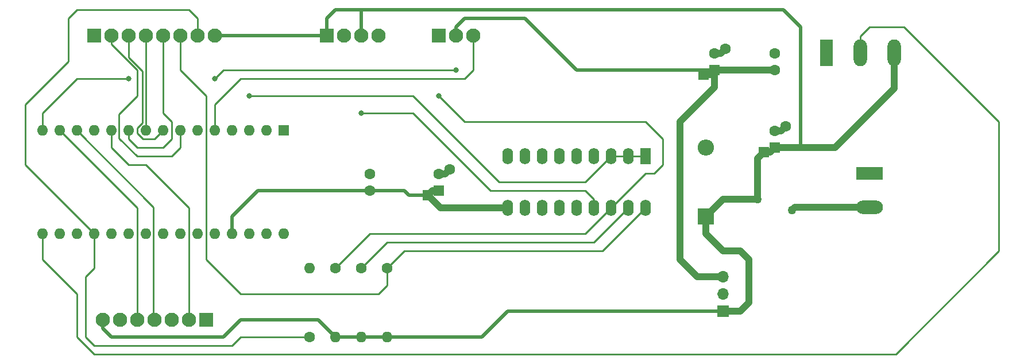
<source format=gbr>
%TF.GenerationSoftware,KiCad,Pcbnew,5.1.9+dfsg1-1*%
%TF.CreationDate,2021-06-11T06:32:11+02:00*%
%TF.ProjectId,one-dim-pong,6f6e652d-6469-46d2-9d70-6f6e672e6b69,rev?*%
%TF.SameCoordinates,Original*%
%TF.FileFunction,Copper,L2,Bot*%
%TF.FilePolarity,Positive*%
%FSLAX46Y46*%
G04 Gerber Fmt 4.6, Leading zero omitted, Abs format (unit mm)*
G04 Created by KiCad (PCBNEW 5.1.9+dfsg1-1) date 2021-06-11 06:32:11*
%MOMM*%
%LPD*%
G01*
G04 APERTURE LIST*
%TA.AperFunction,ComponentPad*%
%ADD10C,1.270000*%
%TD*%
%TA.AperFunction,ComponentPad*%
%ADD11O,2.400000X2.400000*%
%TD*%
%TA.AperFunction,ComponentPad*%
%ADD12R,2.400000X2.400000*%
%TD*%
%TA.AperFunction,ComponentPad*%
%ADD13O,3.960000X1.980000*%
%TD*%
%TA.AperFunction,ComponentPad*%
%ADD14R,3.960000X1.980000*%
%TD*%
%TA.AperFunction,ComponentPad*%
%ADD15C,1.600000*%
%TD*%
%TA.AperFunction,ComponentPad*%
%ADD16R,1.600000X1.600000*%
%TD*%
%TA.AperFunction,ComponentPad*%
%ADD17C,2.100000*%
%TD*%
%TA.AperFunction,ComponentPad*%
%ADD18R,2.100000X2.100000*%
%TD*%
%TA.AperFunction,ComponentPad*%
%ADD19O,1.600000X1.600000*%
%TD*%
%TA.AperFunction,ComponentPad*%
%ADD20O,1.600000X2.400000*%
%TD*%
%TA.AperFunction,ComponentPad*%
%ADD21R,1.600000X2.400000*%
%TD*%
%TA.AperFunction,ComponentPad*%
%ADD22O,1.980000X3.960000*%
%TD*%
%TA.AperFunction,ComponentPad*%
%ADD23R,1.980000X3.960000*%
%TD*%
%TA.AperFunction,ComponentPad*%
%ADD24O,1.700000X1.700000*%
%TD*%
%TA.AperFunction,ComponentPad*%
%ADD25R,1.700000X1.700000*%
%TD*%
%TA.AperFunction,ViaPad*%
%ADD26C,0.800000*%
%TD*%
%TA.AperFunction,Conductor*%
%ADD27C,0.250000*%
%TD*%
%TA.AperFunction,Conductor*%
%ADD28C,1.000000*%
%TD*%
%TA.AperFunction,Conductor*%
%ADD29C,0.500000*%
%TD*%
G04 APERTURE END LIST*
D10*
%TO.P,F1,1*%
%TO.N,+5V*%
X187960000Y-99060000D03*
%TO.P,F1,2*%
%TO.N,Net-(F1-Pad2)*%
X193060000Y-100660000D03*
%TD*%
D11*
%TO.P,D1,2*%
%TO.N,GND*%
X180340000Y-91440000D03*
D12*
%TO.P,D1,1*%
%TO.N,+5V*%
X180340000Y-101600000D03*
%TD*%
D13*
%TO.P,J3,2*%
%TO.N,Net-(F1-Pad2)*%
X204470000Y-100250000D03*
D14*
%TO.P,J3,1*%
%TO.N,GND*%
X204470000Y-95250000D03*
%TD*%
D15*
%TO.P,C3,2*%
%TO.N,GND*%
X192100000Y-88269063D03*
D16*
%TO.P,C3,1*%
%TO.N,+5V*%
X188900000Y-92110937D03*
D15*
%TO.P,C3,2*%
%TO.N,GND*%
X190500000Y-88940000D03*
D16*
%TO.P,C3,1*%
%TO.N,+5V*%
X190500000Y-91440000D03*
%TD*%
D17*
%TO.P,J7,4*%
%TO.N,Net-(J7-Pad4)*%
X132080000Y-74930000D03*
%TO.P,J7,3*%
%TO.N,+5V*%
X129540000Y-74930000D03*
%TO.P,J7,2*%
%TO.N,Net-(J7-Pad2)*%
X127000000Y-74930000D03*
D18*
%TO.P,J7,1*%
%TO.N,+5V*%
X124460000Y-74930000D03*
%TD*%
D19*
%TO.P,A1,16*%
%TO.N,Net-(A1-Pad16)*%
X82550000Y-104140000D03*
%TO.P,A1,15*%
%TO.N,Net-(A1-Pad15)*%
X82550000Y-88900000D03*
%TO.P,A1,30*%
%TO.N,Net-(A1-Pad30)*%
X118110000Y-104140000D03*
%TO.P,A1,14*%
%TO.N,Net-(A1-Pad14)*%
X85090000Y-88900000D03*
%TO.P,A1,29*%
%TO.N,GND*%
X115570000Y-104140000D03*
%TO.P,A1,13*%
%TO.N,Net-(A1-Pad13)*%
X87630000Y-88900000D03*
%TO.P,A1,28*%
%TO.N,Net-(A1-Pad28)*%
X113030000Y-104140000D03*
%TO.P,A1,12*%
%TO.N,Net-(A1-Pad12)*%
X90170000Y-88900000D03*
%TO.P,A1,27*%
%TO.N,+5V*%
X110490000Y-104140000D03*
%TO.P,A1,11*%
%TO.N,Net-(A1-Pad11)*%
X92710000Y-88900000D03*
%TO.P,A1,26*%
%TO.N,Net-(A1-Pad26)*%
X107950000Y-104140000D03*
%TO.P,A1,10*%
%TO.N,Net-(A1-Pad10)*%
X95250000Y-88900000D03*
%TO.P,A1,25*%
%TO.N,Net-(A1-Pad25)*%
X105410000Y-104140000D03*
%TO.P,A1,9*%
%TO.N,Net-(A1-Pad9)*%
X97790000Y-88900000D03*
%TO.P,A1,24*%
%TO.N,Net-(A1-Pad24)*%
X102870000Y-104140000D03*
%TO.P,A1,8*%
%TO.N,Net-(A1-Pad8)*%
X100330000Y-88900000D03*
%TO.P,A1,23*%
%TO.N,Net-(A1-Pad23)*%
X100330000Y-104140000D03*
%TO.P,A1,7*%
%TO.N,Net-(A1-Pad7)*%
X102870000Y-88900000D03*
%TO.P,A1,22*%
%TO.N,Net-(A1-Pad22)*%
X97790000Y-104140000D03*
%TO.P,A1,6*%
%TO.N,Net-(A1-Pad6)*%
X105410000Y-88900000D03*
%TO.P,A1,21*%
%TO.N,Net-(A1-Pad21)*%
X95250000Y-104140000D03*
%TO.P,A1,5*%
%TO.N,Net-(A1-Pad5)*%
X107950000Y-88900000D03*
%TO.P,A1,20*%
%TO.N,Net-(A1-Pad20)*%
X92710000Y-104140000D03*
%TO.P,A1,4*%
%TO.N,GND*%
X110490000Y-88900000D03*
%TO.P,A1,19*%
%TO.N,Net-(A1-Pad19)*%
X90170000Y-104140000D03*
%TO.P,A1,3*%
%TO.N,Net-(A1-Pad3)*%
X113030000Y-88900000D03*
%TO.P,A1,18*%
%TO.N,Net-(A1-Pad18)*%
X87630000Y-104140000D03*
%TO.P,A1,2*%
%TO.N,Net-(A1-Pad2)*%
X115570000Y-88900000D03*
%TO.P,A1,17*%
%TO.N,Net-(A1-Pad17)*%
X85090000Y-104140000D03*
D16*
%TO.P,A1,1*%
%TO.N,Net-(A1-Pad1)*%
X118110000Y-88900000D03*
%TD*%
D20*
%TO.P,U1,18*%
%TO.N,Net-(J1-Pad6)*%
X171450000Y-100330000D03*
%TO.P,U1,9*%
%TO.N,GND*%
X151130000Y-92710000D03*
%TO.P,U1,17*%
%TO.N,Net-(J2-Pad6)*%
X168910000Y-100330000D03*
%TO.P,U1,8*%
%TO.N,GND*%
X153670000Y-92710000D03*
%TO.P,U1,16*%
%TO.N,Net-(J7-Pad4)*%
X166370000Y-100330000D03*
%TO.P,U1,7*%
%TO.N,GND*%
X156210000Y-92710000D03*
%TO.P,U1,15*%
%TO.N,Net-(J7-Pad2)*%
X163830000Y-100330000D03*
%TO.P,U1,6*%
%TO.N,GND*%
X158750000Y-92710000D03*
%TO.P,U1,14*%
%TO.N,Net-(U1-Pad14)*%
X161290000Y-100330000D03*
%TO.P,U1,5*%
%TO.N,GND*%
X161290000Y-92710000D03*
%TO.P,U1,13*%
%TO.N,Net-(U1-Pad13)*%
X158750000Y-100330000D03*
%TO.P,U1,4*%
%TO.N,Net-(A1-Pad15)*%
X163830000Y-92710000D03*
%TO.P,U1,12*%
%TO.N,Net-(U1-Pad12)*%
X156210000Y-100330000D03*
%TO.P,U1,3*%
%TO.N,Net-(A1-Pad12)*%
X166370000Y-92710000D03*
%TO.P,U1,11*%
%TO.N,Net-(U1-Pad11)*%
X153670000Y-100330000D03*
%TO.P,U1,2*%
%TO.N,Net-(A1-Pad12)*%
X168910000Y-92710000D03*
%TO.P,U1,10*%
%TO.N,+5V*%
X151130000Y-100330000D03*
D21*
%TO.P,U1,1*%
%TO.N,Net-(A1-Pad12)*%
X171450000Y-92710000D03*
%TD*%
D19*
%TO.P,R4,2*%
%TO.N,+5V*%
X125730000Y-119380000D03*
D15*
%TO.P,R4,1*%
%TO.N,Net-(J7-Pad4)*%
X125730000Y-109220000D03*
%TD*%
D19*
%TO.P,R3,2*%
%TO.N,+5V*%
X129540000Y-119380000D03*
D15*
%TO.P,R3,1*%
%TO.N,Net-(J2-Pad6)*%
X129540000Y-109220000D03*
%TD*%
D19*
%TO.P,R2,2*%
%TO.N,+5V*%
X133350000Y-119380000D03*
D15*
%TO.P,R2,1*%
%TO.N,Net-(J1-Pad6)*%
X133350000Y-109220000D03*
%TD*%
D19*
%TO.P,R1,2*%
%TO.N,GND*%
X121920000Y-109220000D03*
D15*
%TO.P,R1,1*%
%TO.N,Net-(A1-Pad19)*%
X121920000Y-119380000D03*
%TD*%
D22*
%TO.P,J6,3*%
%TO.N,+5V*%
X208120000Y-77470000D03*
%TO.P,J6,2*%
%TO.N,Net-(A1-Pad16)*%
X203120000Y-77470000D03*
D23*
%TO.P,J6,1*%
%TO.N,GND*%
X198120000Y-77470000D03*
%TD*%
D17*
%TO.P,J5,3*%
%TO.N,Net-(A1-Pad5)*%
X146050000Y-74930000D03*
%TO.P,J5,2*%
%TO.N,Net-(C4-Pad1)*%
X143510000Y-74930000D03*
D18*
%TO.P,J5,1*%
%TO.N,GND*%
X140970000Y-74930000D03*
%TD*%
D24*
%TO.P,J4,3*%
%TO.N,Net-(C4-Pad1)*%
X182880000Y-110490000D03*
%TO.P,J4,2*%
%TO.N,GND*%
X182880000Y-113030000D03*
D25*
%TO.P,J4,1*%
%TO.N,+5V*%
X182880000Y-115570000D03*
%TD*%
D17*
%TO.P,J2,7*%
%TO.N,+5V*%
X91440000Y-116840000D03*
%TO.P,J2,6*%
%TO.N,Net-(J2-Pad6)*%
X93980000Y-116840000D03*
%TO.P,J2,5*%
%TO.N,Net-(A1-Pad14)*%
X96520000Y-116840000D03*
%TO.P,J2,4*%
%TO.N,Net-(A1-Pad13)*%
X99060000Y-116840000D03*
%TO.P,J2,3*%
%TO.N,Net-(A1-Pad6)*%
X101600000Y-116840000D03*
%TO.P,J2,2*%
%TO.N,Net-(A1-Pad11)*%
X104140000Y-116840000D03*
D18*
%TO.P,J2,1*%
%TO.N,GND*%
X106680000Y-116840000D03*
%TD*%
D17*
%TO.P,J1,8*%
%TO.N,+5V*%
X107950000Y-74930000D03*
%TO.P,J1,7*%
%TO.N,Net-(A1-Pad19)*%
X105410000Y-74930000D03*
%TO.P,J1,6*%
%TO.N,Net-(J1-Pad6)*%
X102870000Y-74930000D03*
%TO.P,J1,5*%
%TO.N,Net-(A1-Pad10)*%
X100330000Y-74930000D03*
%TO.P,J1,4*%
%TO.N,Net-(A1-Pad9)*%
X97790000Y-74930000D03*
%TO.P,J1,3*%
%TO.N,Net-(A1-Pad8)*%
X95250000Y-74930000D03*
%TO.P,J1,2*%
%TO.N,Net-(A1-Pad7)*%
X92710000Y-74930000D03*
D18*
%TO.P,J1,1*%
%TO.N,GND*%
X90170000Y-74930000D03*
%TD*%
D15*
%TO.P,C5,2*%
%TO.N,GND*%
X190500000Y-77510000D03*
%TO.P,C5,1*%
%TO.N,Net-(C4-Pad1)*%
X190500000Y-80010000D03*
%TD*%
%TO.P,C4,2*%
%TO.N,GND*%
X183210000Y-76839063D03*
D16*
%TO.P,C4,1*%
%TO.N,Net-(C4-Pad1)*%
X180010000Y-80680937D03*
D15*
%TO.P,C4,2*%
%TO.N,GND*%
X181610000Y-77510000D03*
D16*
%TO.P,C4,1*%
%TO.N,Net-(C4-Pad1)*%
X181610000Y-80010000D03*
%TD*%
D15*
%TO.P,C2,2*%
%TO.N,GND*%
X142570000Y-94619063D03*
D16*
%TO.P,C2,1*%
%TO.N,+5V*%
X139370000Y-98460937D03*
D15*
%TO.P,C2,2*%
%TO.N,GND*%
X140970000Y-95290000D03*
D16*
%TO.P,C2,1*%
%TO.N,+5V*%
X140970000Y-97790000D03*
%TD*%
D15*
%TO.P,C1,2*%
%TO.N,GND*%
X130810000Y-95290000D03*
%TO.P,C1,1*%
%TO.N,+5V*%
X130810000Y-97790000D03*
%TD*%
D26*
%TO.N,Net-(A1-Pad15)*%
X95250000Y-81280000D03*
X107950000Y-81280000D03*
X143510000Y-80010000D03*
%TO.N,Net-(A1-Pad12)*%
X113030000Y-83820000D03*
%TO.N,Net-(J7-Pad4)*%
X140970000Y-83820000D03*
%TO.N,Net-(J7-Pad2)*%
X129540000Y-86360000D03*
%TD*%
D27*
%TO.N,Net-(A1-Pad16)*%
X203120000Y-75010000D02*
X203120000Y-77470000D01*
X204470000Y-73660000D02*
X203120000Y-75010000D01*
X209550000Y-73660000D02*
X204470000Y-73660000D01*
X90231992Y-121858008D02*
X208341992Y-121858008D01*
X223520000Y-87630000D02*
X209550000Y-73660000D01*
X90170000Y-121920000D02*
X90231992Y-121858008D01*
X87630000Y-119380000D02*
X90170000Y-121920000D01*
X223520000Y-106680000D02*
X223520000Y-87630000D01*
X208341992Y-121858008D02*
X223520000Y-106680000D01*
X87630000Y-113030000D02*
X87630000Y-119380000D01*
X82550000Y-107950000D02*
X87630000Y-113030000D01*
X82550000Y-104140000D02*
X82550000Y-107950000D01*
%TO.N,Net-(A1-Pad15)*%
X82550000Y-88900000D02*
X82550000Y-86360000D01*
X87630000Y-81280000D02*
X95250000Y-81280000D01*
X82550000Y-86360000D02*
X87630000Y-81280000D01*
X107950000Y-81280000D02*
X109220000Y-80010000D01*
X109220000Y-80010000D02*
X143510000Y-80010000D01*
%TO.N,Net-(A1-Pad14)*%
X96520000Y-100330000D02*
X96520000Y-116840000D01*
X85090000Y-88900000D02*
X96520000Y-100330000D01*
D28*
%TO.N,GND*%
X182539063Y-77510000D02*
X183210000Y-76839063D01*
X181610000Y-77510000D02*
X182539063Y-77510000D01*
X141899063Y-95290000D02*
X142570000Y-94619063D01*
X140970000Y-95290000D02*
X141899063Y-95290000D01*
X191429063Y-88940000D02*
X192100000Y-88269063D01*
X190500000Y-88940000D02*
X191429063Y-88940000D01*
D27*
%TO.N,Net-(A1-Pad13)*%
X98915001Y-116695001D02*
X99060000Y-116840000D01*
X98915001Y-100185001D02*
X98915001Y-116695001D01*
X87630000Y-88900000D02*
X98915001Y-100185001D01*
%TO.N,Net-(A1-Pad12)*%
X171450000Y-92710000D02*
X166370000Y-92710000D01*
X166370000Y-92710000D02*
X162560000Y-96520000D01*
X162560000Y-96520000D02*
X149860000Y-96520000D01*
X149860000Y-96520000D02*
X144780000Y-91440000D01*
X144780000Y-91440000D02*
X138430000Y-85090000D01*
X138430000Y-85090000D02*
X137160000Y-83820000D01*
X137160000Y-83820000D02*
X113030000Y-83820000D01*
D29*
%TO.N,+5V*%
X125730000Y-119380000D02*
X129540000Y-119380000D01*
X129540000Y-119380000D02*
X133350000Y-119380000D01*
X110490000Y-104140000D02*
X110490000Y-101600000D01*
X110490000Y-101600000D02*
X114300000Y-97790000D01*
X129540000Y-72390000D02*
X129540000Y-74930000D01*
X123190000Y-116840000D02*
X125730000Y-119380000D01*
X109220000Y-119380000D02*
X111760000Y-116840000D01*
X92710000Y-119380000D02*
X109220000Y-119380000D01*
X91440000Y-118110000D02*
X92710000Y-119380000D01*
X111760000Y-116840000D02*
X123190000Y-116840000D01*
X91440000Y-116840000D02*
X91440000Y-118110000D01*
X114300000Y-97790000D02*
X127000000Y-97790000D01*
X129540000Y-72390000D02*
X129540000Y-71120000D01*
X120650000Y-74930000D02*
X107950000Y-74930000D01*
D28*
X141239063Y-100330000D02*
X139370000Y-98460937D01*
X151130000Y-100330000D02*
X141239063Y-100330000D01*
X140040937Y-97790000D02*
X139370000Y-98460937D01*
X140970000Y-97790000D02*
X140040937Y-97790000D01*
D29*
X127000000Y-97790000D02*
X130810000Y-97790000D01*
X139370000Y-98460937D02*
X136560937Y-98460937D01*
X135890000Y-97790000D02*
X130810000Y-97790000D01*
X136560937Y-98460937D02*
X135890000Y-97790000D01*
X124460000Y-74930000D02*
X120650000Y-74930000D01*
X124460000Y-74930000D02*
X124460000Y-72390000D01*
X124460000Y-72390000D02*
X125730000Y-71120000D01*
X125730000Y-71120000D02*
X129540000Y-71120000D01*
X194310000Y-73660000D02*
X194310000Y-82550000D01*
X191770000Y-71120000D02*
X194310000Y-73660000D01*
X129540000Y-71120000D02*
X191770000Y-71120000D01*
X182880000Y-115570000D02*
X151130000Y-115570000D01*
X147320000Y-119380000D02*
X133350000Y-119380000D01*
X151130000Y-115570000D02*
X147320000Y-119380000D01*
D28*
X187960000Y-93050937D02*
X188900000Y-92110937D01*
X187960000Y-99060000D02*
X187960000Y-93050937D01*
X189829063Y-92110937D02*
X190500000Y-91440000D01*
X188900000Y-92110937D02*
X189829063Y-92110937D01*
X182880000Y-99060000D02*
X180340000Y-101600000D01*
X187960000Y-99060000D02*
X182880000Y-99060000D01*
X180340000Y-101600000D02*
X180340000Y-104140000D01*
X180340000Y-104140000D02*
X182880000Y-106680000D01*
X182880000Y-106680000D02*
X185420000Y-106680000D01*
X185420000Y-106680000D02*
X186690000Y-107950000D01*
X186690000Y-107950000D02*
X186690000Y-114300000D01*
X185420000Y-115570000D02*
X182880000Y-115570000D01*
X186690000Y-114300000D02*
X185420000Y-115570000D01*
X208120000Y-82710000D02*
X208120000Y-77470000D01*
X199390000Y-91440000D02*
X208120000Y-82710000D01*
D29*
X194310000Y-82550000D02*
X194310000Y-91440000D01*
D28*
X194310000Y-91440000D02*
X199390000Y-91440000D01*
X190500000Y-91440000D02*
X194310000Y-91440000D01*
D27*
%TO.N,Net-(A1-Pad11)*%
X92710000Y-91440000D02*
X92710000Y-88900000D01*
X97790000Y-93980000D02*
X95250000Y-93980000D01*
X95250000Y-93980000D02*
X92710000Y-91440000D01*
X104140000Y-100330000D02*
X97790000Y-93980000D01*
X104140000Y-116840000D02*
X104140000Y-100330000D01*
%TO.N,Net-(A1-Pad10)*%
X100330000Y-86360000D02*
X100330000Y-74930000D01*
X101600000Y-90170000D02*
X101600000Y-87630000D01*
X100330000Y-91440000D02*
X101600000Y-90170000D01*
X101600000Y-87630000D02*
X100330000Y-86360000D01*
X96520000Y-91440000D02*
X100330000Y-91440000D01*
X95250000Y-90170000D02*
X96520000Y-91440000D01*
X95250000Y-88900000D02*
X95250000Y-90170000D01*
%TO.N,Net-(A1-Pad9)*%
X97790000Y-74930000D02*
X97790000Y-88900000D01*
%TO.N,Net-(A1-Pad8)*%
X97394998Y-90170000D02*
X99060000Y-90170000D01*
X96520000Y-89295002D02*
X97394998Y-90170000D01*
X96520000Y-88504998D02*
X96520000Y-89295002D01*
X97249999Y-87774999D02*
X96520000Y-88504998D01*
X97249999Y-80103589D02*
X97249999Y-87774999D01*
X99060000Y-90170000D02*
X100330000Y-88900000D01*
X95250000Y-78103590D02*
X97249999Y-80103589D01*
X95250000Y-74930000D02*
X95250000Y-78103590D01*
%TO.N,Net-(A1-Pad7)*%
X92710000Y-76200000D02*
X92710000Y-74930000D01*
X96520000Y-83820000D02*
X96520000Y-80010000D01*
X96520000Y-80010000D02*
X92710000Y-76200000D01*
X93835001Y-90025001D02*
X93835001Y-86504999D01*
X96520000Y-92710000D02*
X93835001Y-90025001D01*
X93835001Y-86504999D02*
X96520000Y-83820000D01*
X101600000Y-92710000D02*
X96520000Y-92710000D01*
X102870000Y-91440000D02*
X101600000Y-92710000D01*
X102870000Y-88900000D02*
X102870000Y-91440000D01*
%TO.N,Net-(A1-Pad5)*%
X107950000Y-85090000D02*
X107950000Y-88900000D01*
X111760000Y-81280000D02*
X107950000Y-85090000D01*
X144780000Y-81280000D02*
X111760000Y-81280000D01*
X146050000Y-80010000D02*
X144780000Y-81280000D01*
X146050000Y-74930000D02*
X146050000Y-80010000D01*
%TO.N,Net-(A1-Pad19)*%
X81424999Y-95394999D02*
X90170000Y-104140000D01*
X90064999Y-104245001D02*
X90170000Y-104140000D01*
X121920000Y-119380000D02*
X111760000Y-119380000D01*
X111760000Y-119380000D02*
X110490000Y-120650000D01*
X110490000Y-120650000D02*
X90170000Y-120650000D01*
X90170000Y-120650000D02*
X88900000Y-119380000D01*
X88900000Y-119380000D02*
X88900000Y-110490000D01*
X90170000Y-109220000D02*
X90170000Y-104140000D01*
X88900000Y-110490000D02*
X90170000Y-109220000D01*
X105410000Y-74930000D02*
X105410000Y-72390000D01*
X105410000Y-72390000D02*
X104140000Y-71120000D01*
X104140000Y-71120000D02*
X88900000Y-71120000D01*
X88900000Y-71120000D02*
X87630000Y-71120000D01*
X87630000Y-71120000D02*
X86360000Y-72390000D01*
X86360000Y-72390000D02*
X86360000Y-77470000D01*
X86360000Y-77470000D02*
X86360000Y-78740000D01*
X86360000Y-78740000D02*
X81280000Y-83820000D01*
X81280000Y-83820000D02*
X80010000Y-85090000D01*
X81424999Y-95394999D02*
X80010000Y-93980000D01*
X80010000Y-93980000D02*
X80010000Y-85090000D01*
D28*
%TO.N,Net-(C4-Pad1)*%
X190500000Y-80010000D02*
X181610000Y-80010000D01*
D29*
X181610000Y-80010000D02*
X161290000Y-80010000D01*
X161290000Y-80010000D02*
X153670000Y-72390000D01*
X153670000Y-72390000D02*
X144780000Y-72390000D01*
X143510000Y-73660000D02*
X143510000Y-74930000D01*
X144780000Y-72390000D02*
X143510000Y-73660000D01*
D28*
X180939063Y-80680937D02*
X181610000Y-80010000D01*
X180010000Y-80680937D02*
X180939063Y-80680937D01*
X181610000Y-82550000D02*
X181610000Y-80010000D01*
X176530000Y-87630000D02*
X181610000Y-82550000D01*
X176530000Y-107950000D02*
X176530000Y-87630000D01*
X179070000Y-110490000D02*
X176530000Y-107950000D01*
X182880000Y-110490000D02*
X179070000Y-110490000D01*
D27*
%TO.N,Net-(J1-Pad6)*%
X171450000Y-100330000D02*
X165100000Y-106680000D01*
X135890000Y-106680000D02*
X133350000Y-109220000D01*
X165100000Y-106680000D02*
X135890000Y-106680000D01*
X102870000Y-80010000D02*
X102870000Y-74930000D01*
X106680000Y-83820000D02*
X102870000Y-80010000D01*
X106680000Y-107950000D02*
X106680000Y-83820000D01*
X111760000Y-113030000D02*
X106680000Y-107950000D01*
X132080000Y-113030000D02*
X111760000Y-113030000D01*
X133350000Y-111760000D02*
X132080000Y-113030000D01*
X133350000Y-109220000D02*
X133350000Y-111760000D01*
%TO.N,Net-(J2-Pad6)*%
X168910000Y-100330000D02*
X163830000Y-105410000D01*
X133350000Y-105410000D02*
X129540000Y-109220000D01*
X163830000Y-105410000D02*
X133350000Y-105410000D01*
%TO.N,Net-(J7-Pad4)*%
X166370000Y-100330000D02*
X162560000Y-104140000D01*
X130810000Y-104140000D02*
X125730000Y-109220000D01*
X162560000Y-104140000D02*
X130810000Y-104140000D01*
X166370000Y-100330000D02*
X171450000Y-95250000D01*
X171450000Y-95250000D02*
X172720000Y-95250000D01*
X172720000Y-95250000D02*
X173990000Y-93980000D01*
X173990000Y-93980000D02*
X173990000Y-90170000D01*
X173990000Y-90170000D02*
X172720000Y-88900000D01*
X172720000Y-88900000D02*
X171450000Y-87630000D01*
X171450000Y-87630000D02*
X144780000Y-87630000D01*
X144780000Y-87630000D02*
X140970000Y-83820000D01*
%TO.N,Net-(J7-Pad2)*%
X163830000Y-99060000D02*
X163830000Y-100330000D01*
X163830000Y-99060000D02*
X162560000Y-97790000D01*
X162560000Y-97790000D02*
X152400000Y-97790000D01*
X152400000Y-97790000D02*
X148590000Y-97790000D01*
X148590000Y-97790000D02*
X139700000Y-88900000D01*
X139700000Y-88900000D02*
X137160000Y-86360000D01*
X137160000Y-86360000D02*
X129540000Y-86360000D01*
X129540000Y-86360000D02*
X129540000Y-86360000D01*
D28*
%TO.N,Net-(F1-Pad2)*%
X193470000Y-100250000D02*
X193060000Y-100660000D01*
X204470000Y-100250000D02*
X193470000Y-100250000D01*
%TD*%
M02*

</source>
